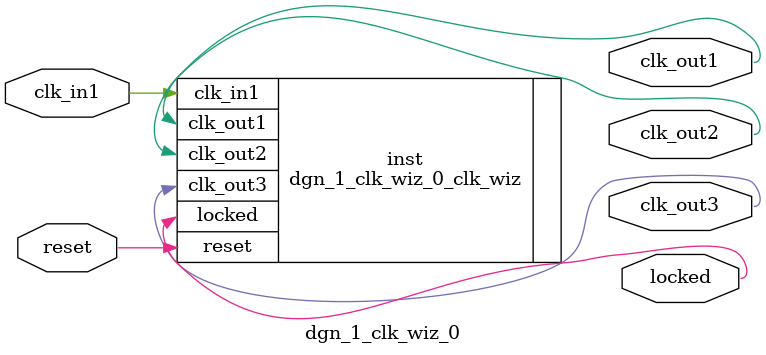
<source format=v>


`timescale 1ps/1ps

(* CORE_GENERATION_INFO = "dgn_1_clk_wiz_0,clk_wiz_v6_0_4_0_0,{component_name=dgn_1_clk_wiz_0,use_phase_alignment=true,use_min_o_jitter=false,use_max_i_jitter=false,use_dyn_phase_shift=false,use_inclk_switchover=false,use_dyn_reconfig=false,enable_axi=0,feedback_source=FDBK_AUTO,PRIMITIVE=MMCM,num_out_clk=3,clkin1_period=8.000,clkin2_period=10.000,use_power_down=false,use_reset=true,use_locked=true,use_inclk_stopped=false,feedback_type=SINGLE,CLOCK_MGR_TYPE=NA,manual_override=false}" *)

module dgn_1_clk_wiz_0 
 (
  // Clock out ports
  output        clk_out1,
  output        clk_out2,
  output        clk_out3,
  // Status and control signals
  input         reset,
  output        locked,
 // Clock in ports
  input         clk_in1
 );

  dgn_1_clk_wiz_0_clk_wiz inst
  (
  // Clock out ports  
  .clk_out1(clk_out1),
  .clk_out2(clk_out2),
  .clk_out3(clk_out3),
  // Status and control signals               
  .reset(reset), 
  .locked(locked),
 // Clock in ports
  .clk_in1(clk_in1)
  );

endmodule

</source>
